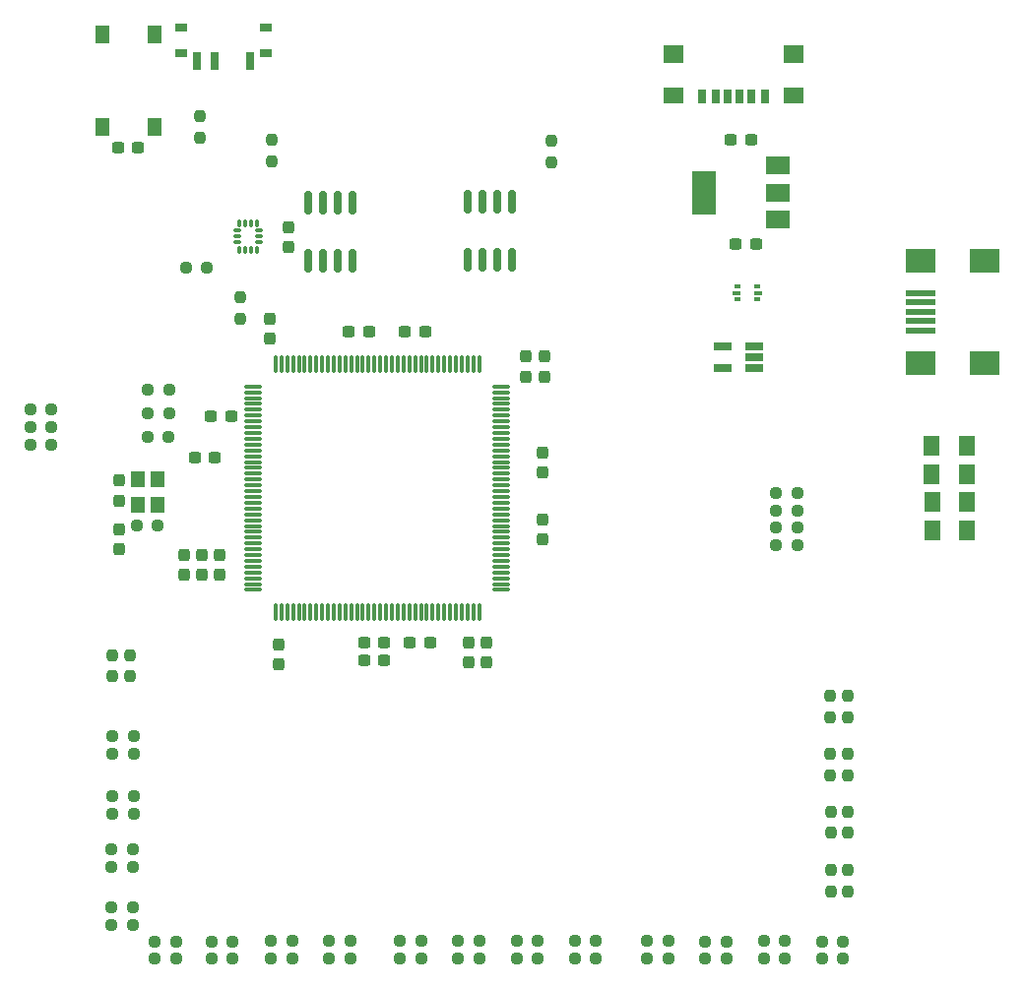
<source format=gbr>
%TF.GenerationSoftware,KiCad,Pcbnew,7.0.7*%
%TF.CreationDate,2024-06-15T17:22:07-05:00*%
%TF.ProjectId,Rev2.2,52657632-2e32-42e6-9b69-6361645f7063,rev?*%
%TF.SameCoordinates,Original*%
%TF.FileFunction,Paste,Top*%
%TF.FilePolarity,Positive*%
%FSLAX46Y46*%
G04 Gerber Fmt 4.6, Leading zero omitted, Abs format (unit mm)*
G04 Created by KiCad (PCBNEW 7.0.7) date 2024-06-15 17:22:07*
%MOMM*%
%LPD*%
G01*
G04 APERTURE LIST*
G04 Aperture macros list*
%AMRoundRect*
0 Rectangle with rounded corners*
0 $1 Rounding radius*
0 $2 $3 $4 $5 $6 $7 $8 $9 X,Y pos of 4 corners*
0 Add a 4 corners polygon primitive as box body*
4,1,4,$2,$3,$4,$5,$6,$7,$8,$9,$2,$3,0*
0 Add four circle primitives for the rounded corners*
1,1,$1+$1,$2,$3*
1,1,$1+$1,$4,$5*
1,1,$1+$1,$6,$7*
1,1,$1+$1,$8,$9*
0 Add four rect primitives between the rounded corners*
20,1,$1+$1,$2,$3,$4,$5,0*
20,1,$1+$1,$4,$5,$6,$7,0*
20,1,$1+$1,$6,$7,$8,$9,0*
20,1,$1+$1,$8,$9,$2,$3,0*%
G04 Aperture macros list end*
%ADD10RoundRect,0.237500X0.237500X-0.250000X0.237500X0.250000X-0.237500X0.250000X-0.237500X-0.250000X0*%
%ADD11RoundRect,0.237500X-0.250000X-0.237500X0.250000X-0.237500X0.250000X0.237500X-0.250000X0.237500X0*%
%ADD12RoundRect,0.237500X0.237500X-0.300000X0.237500X0.300000X-0.237500X0.300000X-0.237500X-0.300000X0*%
%ADD13RoundRect,0.237500X-0.237500X0.250000X-0.237500X-0.250000X0.237500X-0.250000X0.237500X0.250000X0*%
%ADD14RoundRect,0.237500X0.250000X0.237500X-0.250000X0.237500X-0.250000X-0.237500X0.250000X-0.237500X0*%
%ADD15RoundRect,0.237500X-0.300000X-0.237500X0.300000X-0.237500X0.300000X0.237500X-0.300000X0.237500X0*%
%ADD16R,2.500000X0.500000*%
%ADD17R,2.500000X2.000000*%
%ADD18RoundRect,0.150000X0.150000X-0.825000X0.150000X0.825000X-0.150000X0.825000X-0.150000X-0.825000X0*%
%ADD19RoundRect,0.237500X0.300000X0.237500X-0.300000X0.237500X-0.300000X-0.237500X0.300000X-0.237500X0*%
%ADD20RoundRect,0.237500X-0.237500X0.300000X-0.237500X-0.300000X0.237500X-0.300000X0.237500X0.300000X0*%
%ADD21RoundRect,0.250001X0.462499X0.624999X-0.462499X0.624999X-0.462499X-0.624999X0.462499X-0.624999X0*%
%ADD22R,1.300000X1.550000*%
%ADD23R,0.500000X0.375000*%
%ADD24R,0.650000X0.300000*%
%ADD25R,1.560000X0.650000*%
%ADD26RoundRect,0.075000X-0.662500X-0.075000X0.662500X-0.075000X0.662500X0.075000X-0.662500X0.075000X0*%
%ADD27RoundRect,0.075000X-0.075000X-0.662500X0.075000X-0.662500X0.075000X0.662500X-0.075000X0.662500X0*%
%ADD28R,1.200000X1.400000*%
%ADD29RoundRect,0.087500X0.087500X-0.225000X0.087500X0.225000X-0.087500X0.225000X-0.087500X-0.225000X0*%
%ADD30RoundRect,0.087500X0.225000X-0.087500X0.225000X0.087500X-0.225000X0.087500X-0.225000X-0.087500X0*%
%ADD31R,0.700000X1.200000*%
%ADD32R,0.760000X1.200000*%
%ADD33R,0.800000X1.200000*%
%ADD34R,1.800000X1.350000*%
%ADD35R,1.800000X1.500000*%
%ADD36R,1.000000X0.800000*%
%ADD37R,0.700000X1.500000*%
%ADD38R,2.000000X1.500000*%
%ADD39R,2.000000X3.800000*%
G04 APERTURE END LIST*
D10*
%TO.C,R41*%
X178500000Y-133137500D03*
X178500000Y-131312500D03*
%TD*%
D11*
%TO.C,R8*%
X115162500Y-134575000D03*
X116987500Y-134575000D03*
%TD*%
D12*
%TO.C,C43*%
X124450000Y-105937500D03*
X124450000Y-104212500D03*
%TD*%
D13*
%TO.C,R51*%
X177000000Y-131312500D03*
X177000000Y-133137500D03*
%TD*%
D14*
%TO.C,R48*%
X168062500Y-137475000D03*
X166237500Y-137475000D03*
%TD*%
D15*
%TO.C,C39*%
X135562500Y-85000000D03*
X137287500Y-85000000D03*
%TD*%
D16*
%TO.C,J6*%
X184775000Y-84900000D03*
X184775000Y-84100000D03*
X184775000Y-83300000D03*
X184775000Y-82500000D03*
X184775000Y-81700000D03*
D17*
X184775000Y-87700000D03*
X190275000Y-87700000D03*
X184775000Y-78900000D03*
X190275000Y-78900000D03*
%TD*%
D18*
%TO.C,U4*%
X145795000Y-78800000D03*
X147065000Y-78800000D03*
X148335000Y-78800000D03*
X149605000Y-78800000D03*
X149605000Y-73850000D03*
X148335000Y-73850000D03*
X147065000Y-73850000D03*
X145795000Y-73850000D03*
%TD*%
D14*
%TO.C,R33*%
X120112500Y-90000000D03*
X118287500Y-90000000D03*
%TD*%
D11*
%TO.C,R10*%
X123762500Y-138950000D03*
X125587500Y-138950000D03*
%TD*%
D19*
%TO.C,C35*%
X142562500Y-111775000D03*
X140837500Y-111775000D03*
%TD*%
D14*
%TO.C,R50*%
X178062500Y-137475000D03*
X176237500Y-137475000D03*
%TD*%
%TO.C,R29*%
X117062500Y-121325000D03*
X115237500Y-121325000D03*
%TD*%
D11*
%TO.C,R7*%
X115162500Y-129575000D03*
X116987500Y-129575000D03*
%TD*%
D14*
%TO.C,R23*%
X151812500Y-137450000D03*
X149987500Y-137450000D03*
%TD*%
D20*
%TO.C,C37*%
X150825000Y-87137500D03*
X150825000Y-88862500D03*
%TD*%
D21*
%TO.C,D2*%
X188700000Y-99675000D03*
X185725000Y-99675000D03*
%TD*%
D11*
%TO.C,R45*%
X121562500Y-79500000D03*
X123387500Y-79500000D03*
%TD*%
D14*
%TO.C,R58*%
X174137500Y-98875000D03*
X172312500Y-98875000D03*
%TD*%
D15*
%TO.C,C32*%
X168853500Y-77500000D03*
X170578500Y-77500000D03*
%TD*%
D14*
%TO.C,R19*%
X130687500Y-137450000D03*
X128862500Y-137450000D03*
%TD*%
D11*
%TO.C,R16*%
X154987500Y-138950000D03*
X156812500Y-138950000D03*
%TD*%
D14*
%TO.C,R55*%
X174137500Y-103375000D03*
X172312500Y-103375000D03*
%TD*%
%TO.C,R20*%
X135712500Y-137450000D03*
X133887500Y-137450000D03*
%TD*%
%TO.C,R57*%
X174137500Y-100375000D03*
X172312500Y-100375000D03*
%TD*%
D20*
%TO.C,C27*%
X115850000Y-97812500D03*
X115850000Y-99537500D03*
%TD*%
D22*
%TO.C,SW5*%
X114350000Y-67380000D03*
X114350000Y-59420000D03*
X118850000Y-67380000D03*
X118850000Y-59420000D03*
%TD*%
D21*
%TO.C,D3*%
X188687500Y-97250000D03*
X185712500Y-97250000D03*
%TD*%
D14*
%TO.C,R35*%
X120087500Y-94025000D03*
X118262500Y-94025000D03*
%TD*%
D19*
%TO.C,C34*%
X138612500Y-111775000D03*
X136887500Y-111775000D03*
%TD*%
D13*
%TO.C,R1*%
X128975000Y-68512500D03*
X128975000Y-70337500D03*
%TD*%
D20*
%TO.C,C31*%
X115825000Y-102012500D03*
X115825000Y-103737500D03*
%TD*%
D15*
%TO.C,C25*%
X122312500Y-95875000D03*
X124037500Y-95875000D03*
%TD*%
D20*
%TO.C,C36*%
X147400000Y-111762500D03*
X147400000Y-113487500D03*
%TD*%
D14*
%TO.C,R24*%
X156812500Y-137450000D03*
X154987500Y-137450000D03*
%TD*%
D21*
%TO.C,D4*%
X188687500Y-94825000D03*
X185712500Y-94825000D03*
%TD*%
D14*
%TO.C,R34*%
X120137500Y-92000000D03*
X118312500Y-92000000D03*
%TD*%
%TO.C,R31*%
X116987500Y-131075000D03*
X115162500Y-131075000D03*
%TD*%
D11*
%TO.C,R11*%
X128862500Y-138950000D03*
X130687500Y-138950000D03*
%TD*%
D13*
%TO.C,R2*%
X152975000Y-68612500D03*
X152975000Y-70437500D03*
%TD*%
D11*
%TO.C,R40*%
X176237500Y-138975000D03*
X178062500Y-138975000D03*
%TD*%
%TO.C,R15*%
X149987500Y-138950000D03*
X151812500Y-138950000D03*
%TD*%
D23*
%TO.C,U10*%
X170710000Y-82212500D03*
D24*
X170785000Y-81675000D03*
D23*
X170710000Y-81137500D03*
X169010000Y-81137500D03*
D24*
X168935000Y-81675000D03*
D23*
X169010000Y-82212500D03*
%TD*%
D15*
%TO.C,C38*%
X140412500Y-85000000D03*
X142137500Y-85000000D03*
%TD*%
D13*
%TO.C,R53*%
X176975000Y-121337500D03*
X176975000Y-123162500D03*
%TD*%
%TO.C,R36*%
X116725000Y-112837500D03*
X116725000Y-114662500D03*
%TD*%
D14*
%TO.C,R22*%
X146812500Y-137450000D03*
X144987500Y-137450000D03*
%TD*%
D19*
%TO.C,C41*%
X125462500Y-92275000D03*
X123737500Y-92275000D03*
%TD*%
D10*
%TO.C,R42*%
X178500000Y-128137500D03*
X178500000Y-126312500D03*
%TD*%
%TO.C,R44*%
X178450000Y-118162500D03*
X178450000Y-116337500D03*
%TD*%
D25*
%TO.C,U9*%
X170435000Y-88150000D03*
X170435000Y-87200000D03*
X170435000Y-86250000D03*
X167735000Y-86250000D03*
X167735000Y-88150000D03*
%TD*%
D26*
%TO.C,U1*%
X127362500Y-89725000D03*
X127362500Y-90225000D03*
X127362500Y-90725000D03*
X127362500Y-91225000D03*
X127362500Y-91725000D03*
X127362500Y-92225000D03*
X127362500Y-92725000D03*
X127362500Y-93225000D03*
X127362500Y-93725000D03*
X127362500Y-94225000D03*
X127362500Y-94725000D03*
X127362500Y-95225000D03*
X127362500Y-95725000D03*
X127362500Y-96225000D03*
X127362500Y-96725000D03*
X127362500Y-97225000D03*
X127362500Y-97725000D03*
X127362500Y-98225000D03*
X127362500Y-98725000D03*
X127362500Y-99225000D03*
X127362500Y-99725000D03*
X127362500Y-100225000D03*
X127362500Y-100725000D03*
X127362500Y-101225000D03*
X127362500Y-101725000D03*
X127362500Y-102225000D03*
X127362500Y-102725000D03*
X127362500Y-103225000D03*
X127362500Y-103725000D03*
X127362500Y-104225000D03*
X127362500Y-104725000D03*
X127362500Y-105225000D03*
X127362500Y-105725000D03*
X127362500Y-106225000D03*
X127362500Y-106725000D03*
X127362500Y-107225000D03*
D27*
X129275000Y-109137500D03*
X129775000Y-109137500D03*
X130275000Y-109137500D03*
X130775000Y-109137500D03*
X131275000Y-109137500D03*
X131775000Y-109137500D03*
X132275000Y-109137500D03*
X132775000Y-109137500D03*
X133275000Y-109137500D03*
X133775000Y-109137500D03*
X134275000Y-109137500D03*
X134775000Y-109137500D03*
X135275000Y-109137500D03*
X135775000Y-109137500D03*
X136275000Y-109137500D03*
X136775000Y-109137500D03*
X137275000Y-109137500D03*
X137775000Y-109137500D03*
X138275000Y-109137500D03*
X138775000Y-109137500D03*
X139275000Y-109137500D03*
X139775000Y-109137500D03*
X140275000Y-109137500D03*
X140775000Y-109137500D03*
X141275000Y-109137500D03*
X141775000Y-109137500D03*
X142275000Y-109137500D03*
X142775000Y-109137500D03*
X143275000Y-109137500D03*
X143775000Y-109137500D03*
X144275000Y-109137500D03*
X144775000Y-109137500D03*
X145275000Y-109137500D03*
X145775000Y-109137500D03*
X146275000Y-109137500D03*
X146775000Y-109137500D03*
D26*
X148687500Y-107225000D03*
X148687500Y-106725000D03*
X148687500Y-106225000D03*
X148687500Y-105725000D03*
X148687500Y-105225000D03*
X148687500Y-104725000D03*
X148687500Y-104225000D03*
X148687500Y-103725000D03*
X148687500Y-103225000D03*
X148687500Y-102725000D03*
X148687500Y-102225000D03*
X148687500Y-101725000D03*
X148687500Y-101225000D03*
X148687500Y-100725000D03*
X148687500Y-100225000D03*
X148687500Y-99725000D03*
X148687500Y-99225000D03*
X148687500Y-98725000D03*
X148687500Y-98225000D03*
X148687500Y-97725000D03*
X148687500Y-97225000D03*
X148687500Y-96725000D03*
X148687500Y-96225000D03*
X148687500Y-95725000D03*
X148687500Y-95225000D03*
X148687500Y-94725000D03*
X148687500Y-94225000D03*
X148687500Y-93725000D03*
X148687500Y-93225000D03*
X148687500Y-92725000D03*
X148687500Y-92225000D03*
X148687500Y-91725000D03*
X148687500Y-91225000D03*
X148687500Y-90725000D03*
X148687500Y-90225000D03*
X148687500Y-89725000D03*
D27*
X146775000Y-87812500D03*
X146275000Y-87812500D03*
X145775000Y-87812500D03*
X145275000Y-87812500D03*
X144775000Y-87812500D03*
X144275000Y-87812500D03*
X143775000Y-87812500D03*
X143275000Y-87812500D03*
X142775000Y-87812500D03*
X142275000Y-87812500D03*
X141775000Y-87812500D03*
X141275000Y-87812500D03*
X140775000Y-87812500D03*
X140275000Y-87812500D03*
X139775000Y-87812500D03*
X139275000Y-87812500D03*
X138775000Y-87812500D03*
X138275000Y-87812500D03*
X137775000Y-87812500D03*
X137275000Y-87812500D03*
X136775000Y-87812500D03*
X136275000Y-87812500D03*
X135775000Y-87812500D03*
X135275000Y-87812500D03*
X134775000Y-87812500D03*
X134275000Y-87812500D03*
X133775000Y-87812500D03*
X133275000Y-87812500D03*
X132775000Y-87812500D03*
X132275000Y-87812500D03*
X131775000Y-87812500D03*
X131275000Y-87812500D03*
X130775000Y-87812500D03*
X130275000Y-87812500D03*
X129775000Y-87812500D03*
X129275000Y-87812500D03*
%TD*%
D13*
%TO.C,R52*%
X177000000Y-126312500D03*
X177000000Y-128137500D03*
%TD*%
D21*
%TO.C,D1*%
X188712500Y-102100000D03*
X185737500Y-102100000D03*
%TD*%
D12*
%TO.C,C40*%
X128775000Y-85612500D03*
X128775000Y-83887500D03*
%TD*%
D14*
%TO.C,R49*%
X173075000Y-137450000D03*
X171250000Y-137450000D03*
%TD*%
D19*
%TO.C,C45*%
X117462500Y-69200000D03*
X115737500Y-69200000D03*
%TD*%
D14*
%TO.C,R32*%
X116987500Y-136050000D03*
X115162500Y-136050000D03*
%TD*%
D11*
%TO.C,R4*%
X117337500Y-101675000D03*
X119162500Y-101675000D03*
%TD*%
D14*
%TO.C,R18*%
X125587500Y-137475000D03*
X123762500Y-137475000D03*
%TD*%
D20*
%TO.C,C23*%
X152200000Y-95387500D03*
X152200000Y-97112500D03*
%TD*%
D11*
%TO.C,R9*%
X118887500Y-138950000D03*
X120712500Y-138950000D03*
%TD*%
D19*
%TO.C,C26*%
X170153500Y-68500000D03*
X168428500Y-68500000D03*
%TD*%
D11*
%TO.C,R14*%
X144987500Y-138950000D03*
X146812500Y-138950000D03*
%TD*%
%TO.C,R25*%
X108162500Y-91700000D03*
X109987500Y-91700000D03*
%TD*%
D10*
%TO.C,R43*%
X178475000Y-123162500D03*
X178475000Y-121337500D03*
%TD*%
D20*
%TO.C,C33*%
X129500000Y-111887500D03*
X129500000Y-113612500D03*
%TD*%
D28*
%TO.C,Y2*%
X117450000Y-97700000D03*
X117450000Y-99900000D03*
X119150000Y-99900000D03*
X119150000Y-97700000D03*
%TD*%
D29*
%TO.C,U5*%
X126150000Y-77982500D03*
X126650000Y-77982500D03*
X127150000Y-77982500D03*
X127650000Y-77982500D03*
D30*
X127812500Y-77320000D03*
X127812500Y-76820000D03*
X127812500Y-76320000D03*
D29*
X127650000Y-75657500D03*
X127150000Y-75657500D03*
X126650000Y-75657500D03*
X126150000Y-75657500D03*
D30*
X125987500Y-76320000D03*
X125987500Y-76820000D03*
X125987500Y-77320000D03*
%TD*%
D12*
%TO.C,C30*%
X152375000Y-88862500D03*
X152375000Y-87137500D03*
%TD*%
D10*
%TO.C,R28*%
X115225000Y-114662500D03*
X115225000Y-112837500D03*
%TD*%
%TO.C,R3*%
X122800000Y-68312500D03*
X122800000Y-66487500D03*
%TD*%
D11*
%TO.C,R12*%
X133887500Y-138950000D03*
X135712500Y-138950000D03*
%TD*%
D12*
%TO.C,C1*%
X130350000Y-77712500D03*
X130350000Y-75987500D03*
%TD*%
D31*
%TO.C,J14*%
X169156000Y-64754500D03*
D32*
X167136000Y-64754500D03*
D33*
X165906000Y-64754500D03*
D31*
X168156000Y-64754500D03*
D32*
X170176000Y-64754500D03*
D33*
X171406000Y-64754500D03*
D34*
X173781000Y-64699500D03*
D35*
X173781000Y-61119500D03*
D34*
X163531000Y-64699500D03*
D35*
X163531000Y-61119500D03*
%TD*%
D11*
%TO.C,R27*%
X108162500Y-94700000D03*
X109987500Y-94700000D03*
%TD*%
%TO.C,R37*%
X161237500Y-138975000D03*
X163062500Y-138975000D03*
%TD*%
%TO.C,R13*%
X139987500Y-138950000D03*
X141812500Y-138950000D03*
%TD*%
%TO.C,R6*%
X115237500Y-124950000D03*
X117062500Y-124950000D03*
%TD*%
D12*
%TO.C,C44*%
X122900000Y-105937500D03*
X122900000Y-104212500D03*
%TD*%
D19*
%TO.C,C42*%
X138612500Y-113275000D03*
X136887500Y-113275000D03*
%TD*%
D11*
%TO.C,R5*%
X115250000Y-119825000D03*
X117075000Y-119825000D03*
%TD*%
D13*
%TO.C,R54*%
X176975000Y-116337500D03*
X176975000Y-118162500D03*
%TD*%
D11*
%TO.C,R26*%
X108162500Y-93200000D03*
X109987500Y-93200000D03*
%TD*%
D14*
%TO.C,R56*%
X174137500Y-101875000D03*
X172312500Y-101875000D03*
%TD*%
D18*
%TO.C,U2*%
X132120000Y-78875000D03*
X133390000Y-78875000D03*
X134660000Y-78875000D03*
X135930000Y-78875000D03*
X135930000Y-73925000D03*
X134660000Y-73925000D03*
X133390000Y-73925000D03*
X132120000Y-73925000D03*
%TD*%
D14*
%TO.C,R17*%
X120712500Y-137475000D03*
X118887500Y-137475000D03*
%TD*%
%TO.C,R30*%
X117062500Y-126450000D03*
X115237500Y-126450000D03*
%TD*%
D36*
%TO.C,SW3*%
X128450000Y-61055000D03*
X128450000Y-58845000D03*
X121150000Y-61055000D03*
X121150000Y-58845000D03*
D37*
X127050000Y-61705000D03*
X124050000Y-61705000D03*
X122550000Y-61705000D03*
%TD*%
D20*
%TO.C,C28*%
X121400000Y-104212500D03*
X121400000Y-105937500D03*
%TD*%
D14*
%TO.C,R47*%
X163062500Y-137450000D03*
X161237500Y-137450000D03*
%TD*%
D11*
%TO.C,R38*%
X166237500Y-138975000D03*
X168062500Y-138975000D03*
%TD*%
%TO.C,R39*%
X171262500Y-138950000D03*
X173087500Y-138950000D03*
%TD*%
D20*
%TO.C,C24*%
X152225000Y-101162500D03*
X152225000Y-102887500D03*
%TD*%
%TO.C,C29*%
X145875000Y-111762500D03*
X145875000Y-113487500D03*
%TD*%
D14*
%TO.C,R21*%
X141812500Y-137450000D03*
X139987500Y-137450000D03*
%TD*%
D10*
%TO.C,R46*%
X126200000Y-83887500D03*
X126200000Y-82062500D03*
%TD*%
D38*
%TO.C,U3*%
X172441000Y-75325000D03*
X172441000Y-73025000D03*
D39*
X166141000Y-73025000D03*
D38*
X172441000Y-70725000D03*
%TD*%
M02*

</source>
